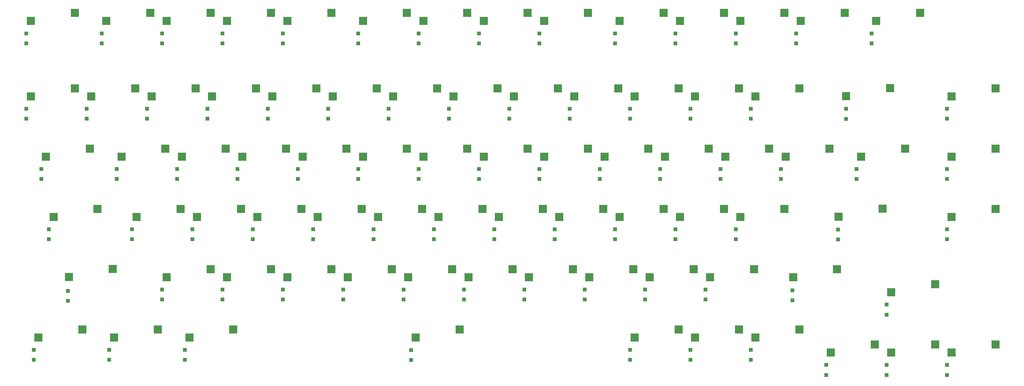
<source format=gbr>
G04 #@! TF.GenerationSoftware,KiCad,Pcbnew,7.0.1*
G04 #@! TF.CreationDate,2023-04-17T11:26:59-07:00*
G04 #@! TF.ProjectId,_autosave-keyboard,5f617574-6f73-4617-9665-2d6b6579626f,rev?*
G04 #@! TF.SameCoordinates,Original*
G04 #@! TF.FileFunction,Paste,Bot*
G04 #@! TF.FilePolarity,Positive*
%FSLAX46Y46*%
G04 Gerber Fmt 4.6, Leading zero omitted, Abs format (unit mm)*
G04 Created by KiCad (PCBNEW 7.0.1) date 2023-04-17 11:26:59*
%MOMM*%
%LPD*%
G01*
G04 APERTURE LIST*
%ADD10R,1.200000X1.200000*%
%ADD11R,2.550000X2.500000*%
G04 APERTURE END LIST*
D10*
X207490000Y-243570000D03*
D11*
X222800000Y-233950000D03*
D10*
X207490000Y-240420000D03*
D11*
X208950000Y-236490000D03*
D10*
X188440000Y-162607500D03*
D11*
X203750000Y-152987500D03*
D10*
X188440000Y-159457500D03*
D11*
X189900000Y-155527500D03*
D10*
X226540000Y-243570000D03*
D11*
X241850000Y-233950000D03*
D10*
X226540000Y-240420000D03*
D11*
X228000000Y-236490000D03*
D10*
X336077500Y-262620000D03*
D11*
X351387500Y-253000000D03*
D10*
X336077500Y-259470000D03*
D11*
X337537500Y-255540000D03*
D10*
X350365000Y-162607500D03*
D11*
X365675000Y-152987500D03*
D10*
X350365000Y-159457500D03*
D11*
X351825000Y-155527500D03*
D10*
X307502500Y-205470000D03*
D11*
X322812500Y-195850000D03*
D10*
X307502500Y-202320000D03*
D11*
X308962500Y-198390000D03*
D10*
X436090000Y-224520000D03*
D11*
X451400000Y-214900000D03*
D10*
X436090000Y-221370000D03*
D11*
X437550000Y-217440000D03*
D10*
X374177500Y-186420000D03*
D11*
X389487500Y-176800000D03*
D10*
X374177500Y-183270000D03*
D11*
X375637500Y-179340000D03*
D10*
X340840000Y-243570000D03*
D11*
X356150000Y-233950000D03*
D10*
X340840000Y-240420000D03*
D11*
X342300000Y-236490000D03*
D10*
X359890000Y-243570000D03*
D11*
X375200000Y-233950000D03*
D10*
X359890000Y-240420000D03*
D11*
X361350000Y-236490000D03*
D10*
X174152500Y-205470000D03*
D11*
X189462500Y-195850000D03*
D10*
X174152500Y-202320000D03*
D11*
X175612500Y-198390000D03*
D10*
X407515000Y-205470000D03*
D11*
X422825000Y-195850000D03*
D10*
X407515000Y-202320000D03*
D11*
X408975000Y-198390000D03*
D10*
X152721250Y-224520000D03*
D11*
X168031250Y-214900000D03*
D10*
X152721250Y-221370000D03*
D11*
X154181250Y-217440000D03*
D10*
X321790000Y-243570000D03*
D11*
X337100000Y-233950000D03*
D10*
X321790000Y-240420000D03*
D11*
X323250000Y-236490000D03*
D10*
X331315000Y-224520000D03*
D11*
X346625000Y-214900000D03*
D10*
X331315000Y-221370000D03*
D11*
X332775000Y-217440000D03*
D10*
X264640000Y-243570000D03*
D11*
X279950000Y-233950000D03*
D10*
X264640000Y-240420000D03*
D11*
X266100000Y-236490000D03*
D10*
X245590000Y-243570000D03*
D11*
X260900000Y-233950000D03*
D10*
X245590000Y-240420000D03*
D11*
X247050000Y-236490000D03*
D10*
X331315000Y-162607500D03*
D11*
X346625000Y-152987500D03*
D10*
X331315000Y-159457500D03*
D11*
X332775000Y-155527500D03*
X401400300Y-233948200D03*
X387550300Y-236488200D03*
D10*
X397990000Y-267382500D03*
D11*
X413300000Y-257762500D03*
D10*
X397990000Y-264232500D03*
D11*
X399450000Y-260302500D03*
D10*
X183677500Y-186420000D03*
D11*
X198987500Y-176800000D03*
D10*
X183677500Y-183270000D03*
D11*
X185137500Y-179340000D03*
D10*
X317027500Y-186420000D03*
D11*
X332337500Y-176800000D03*
D10*
X317027500Y-183270000D03*
D11*
X318487500Y-179340000D03*
D10*
X283690000Y-243570000D03*
D11*
X299000000Y-233950000D03*
D10*
X283690000Y-240420000D03*
D11*
X285150000Y-236490000D03*
D10*
X326552500Y-205470000D03*
D11*
X341862500Y-195850000D03*
D10*
X326552500Y-202320000D03*
D11*
X328012500Y-198390000D03*
D10*
X259877500Y-186420000D03*
D11*
X275187500Y-176800000D03*
D10*
X259877500Y-183270000D03*
D11*
X261337500Y-179340000D03*
D10*
X369415000Y-162607500D03*
D11*
X384725000Y-152987500D03*
D10*
X369415000Y-159457500D03*
D11*
X370875000Y-155527500D03*
D10*
X374177500Y-262620000D03*
D11*
X389487500Y-253000000D03*
D10*
X374177500Y-259470000D03*
D11*
X375637500Y-255540000D03*
D10*
X202727500Y-186420000D03*
D11*
X218037500Y-176800000D03*
D10*
X202727500Y-183270000D03*
D11*
X204187500Y-179340000D03*
D10*
X193202500Y-205470000D03*
D11*
X208512500Y-195850000D03*
D10*
X193202500Y-202320000D03*
D11*
X194662500Y-198390000D03*
D10*
X364652500Y-205470000D03*
D11*
X379962500Y-195850000D03*
D10*
X364652500Y-202320000D03*
D11*
X366112500Y-198390000D03*
D10*
X417040000Y-267382500D03*
D11*
X432350000Y-257762500D03*
D10*
X417040000Y-264232500D03*
D11*
X418500000Y-260302500D03*
D10*
X302740000Y-243570000D03*
D11*
X318050000Y-233950000D03*
D10*
X302740000Y-240420000D03*
D11*
X304200000Y-236490000D03*
D10*
X436090000Y-267382500D03*
D11*
X451400000Y-257762500D03*
D10*
X436090000Y-264232500D03*
D11*
X437550000Y-260302500D03*
D10*
X226540000Y-162607500D03*
D11*
X241850000Y-152987500D03*
D10*
X226540000Y-159457500D03*
D11*
X228000000Y-155527500D03*
D10*
X145577500Y-186420000D03*
D11*
X160887500Y-176800000D03*
D10*
X145577500Y-183270000D03*
D11*
X147037500Y-179340000D03*
D10*
X212252500Y-205470000D03*
D11*
X227562500Y-195850000D03*
D10*
X212252500Y-202320000D03*
D11*
X213712500Y-198390000D03*
D10*
X164627500Y-186420000D03*
D11*
X179937500Y-176800000D03*
D10*
X164627500Y-183270000D03*
D11*
X166087500Y-179340000D03*
D10*
X350365000Y-224520000D03*
D11*
X365675000Y-214900000D03*
D10*
X350365000Y-221370000D03*
D11*
X351825000Y-217440000D03*
D10*
X274165000Y-224520000D03*
D11*
X289475000Y-214900000D03*
D10*
X274165000Y-221370000D03*
D11*
X275625000Y-217440000D03*
D10*
X250352500Y-162607500D03*
D11*
X265662500Y-152987500D03*
D10*
X250352500Y-159457500D03*
D11*
X251812500Y-155527500D03*
D10*
X250352500Y-205470000D03*
D11*
X265662500Y-195850000D03*
D10*
X250352500Y-202320000D03*
D11*
X251812500Y-198390000D03*
D10*
X240827500Y-186420000D03*
D11*
X256137500Y-176800000D03*
D10*
X240827500Y-183270000D03*
D11*
X242287500Y-179340000D03*
D10*
X178915000Y-224520000D03*
D11*
X194225000Y-214900000D03*
D10*
X178915000Y-221370000D03*
D11*
X180375000Y-217440000D03*
D10*
X171771250Y-262620000D03*
D11*
X187081250Y-253000000D03*
D10*
X171771250Y-259470000D03*
D11*
X173231250Y-255540000D03*
D10*
X388465000Y-162607500D03*
D11*
X403775000Y-152987500D03*
D10*
X388465000Y-159457500D03*
D11*
X389925000Y-155527500D03*
D10*
X169390000Y-162607500D03*
D11*
X184700000Y-152987500D03*
D10*
X169390000Y-159457500D03*
D11*
X170850000Y-155527500D03*
D10*
X217015000Y-224520000D03*
D11*
X232325000Y-214900000D03*
D10*
X217015000Y-221370000D03*
D11*
X218475000Y-217440000D03*
X172853750Y-233890000D03*
X159003750Y-236430000D03*
D10*
X269402500Y-162607500D03*
D11*
X284712500Y-152987500D03*
D10*
X269402500Y-159457500D03*
D11*
X270862500Y-155527500D03*
D10*
X412277500Y-162607500D03*
D11*
X427587500Y-152987500D03*
D10*
X412277500Y-159457500D03*
D11*
X413737500Y-155527500D03*
D10*
X207490000Y-162607500D03*
D11*
X222800000Y-152987500D03*
D10*
X207490000Y-159457500D03*
D11*
X208950000Y-155527500D03*
D10*
X150340000Y-205470000D03*
D11*
X165650000Y-195850000D03*
D10*
X150340000Y-202320000D03*
D11*
X151800000Y-198390000D03*
D10*
X355127500Y-262620000D03*
D11*
X370437500Y-253000000D03*
D10*
X355127500Y-259470000D03*
D11*
X356587500Y-255540000D03*
D10*
X312265000Y-224520000D03*
D11*
X327575000Y-214900000D03*
D10*
X312265000Y-221370000D03*
D11*
X313725000Y-217440000D03*
D10*
X436090000Y-205470000D03*
D11*
X451400000Y-195850000D03*
D10*
X436090000Y-202320000D03*
D11*
X437550000Y-198390000D03*
D10*
X345602500Y-205470000D03*
D11*
X360912500Y-195850000D03*
D10*
X345602500Y-202320000D03*
D11*
X347062500Y-198390000D03*
D10*
X278927500Y-186420000D03*
D11*
X294237500Y-176800000D03*
D10*
X278927500Y-183270000D03*
D11*
X280387500Y-179340000D03*
D10*
X266990000Y-262660000D03*
D11*
X282300000Y-253040000D03*
D10*
X266990000Y-259510000D03*
D11*
X268450000Y-255580000D03*
X418122500Y-176740000D03*
X404272500Y-179280000D03*
D10*
X293215000Y-224520000D03*
D11*
X308525000Y-214900000D03*
D10*
X293215000Y-221370000D03*
D11*
X294675000Y-217440000D03*
D10*
X336077500Y-186420000D03*
D11*
X351387500Y-176800000D03*
D10*
X336077500Y-183270000D03*
D11*
X337537500Y-179340000D03*
D10*
X369415000Y-224520000D03*
D11*
X384725000Y-214900000D03*
D10*
X369415000Y-221370000D03*
D11*
X370875000Y-217440000D03*
D10*
X355127500Y-186420000D03*
D11*
X370437500Y-176800000D03*
D10*
X355127500Y-183270000D03*
D11*
X356587500Y-179340000D03*
D10*
X288452500Y-205470000D03*
D11*
X303762500Y-195850000D03*
D10*
X288452500Y-202320000D03*
D11*
X289912500Y-198390000D03*
D10*
X147958750Y-262620000D03*
D11*
X163268750Y-253000000D03*
D10*
X147958750Y-259470000D03*
D11*
X149418750Y-255540000D03*
D10*
X417040000Y-248332500D03*
D11*
X432350000Y-238712500D03*
D10*
X417040000Y-245182500D03*
D11*
X418500000Y-241252500D03*
D10*
X195583750Y-262620000D03*
D11*
X210893750Y-253000000D03*
D10*
X195583750Y-259470000D03*
D11*
X197043750Y-255540000D03*
D10*
X255115000Y-224520000D03*
D11*
X270425000Y-214900000D03*
D10*
X255115000Y-221370000D03*
D11*
X256575000Y-217440000D03*
D10*
X297977500Y-186420000D03*
D11*
X313287500Y-176800000D03*
D10*
X297977500Y-183270000D03*
D11*
X299437500Y-179340000D03*
D10*
X269402500Y-205470000D03*
D11*
X284712500Y-195850000D03*
D10*
X269402500Y-202320000D03*
D11*
X270862500Y-198390000D03*
D10*
X145577500Y-162607500D03*
D11*
X160887500Y-152987500D03*
D10*
X145577500Y-159457500D03*
D11*
X147037500Y-155527500D03*
D10*
X436090000Y-186420000D03*
D11*
X451400000Y-176800000D03*
D10*
X436090000Y-183270000D03*
D11*
X437550000Y-179340000D03*
D10*
X188440000Y-243570000D03*
D11*
X203750000Y-233950000D03*
D10*
X188440000Y-240420000D03*
D11*
X189900000Y-236490000D03*
D10*
X231302500Y-205470000D03*
D11*
X246612500Y-195850000D03*
D10*
X231302500Y-202320000D03*
D11*
X232762500Y-198390000D03*
D10*
X221777500Y-186420000D03*
D11*
X237087500Y-176800000D03*
D10*
X221777500Y-183270000D03*
D11*
X223237500Y-179340000D03*
D10*
X288452500Y-162607500D03*
D11*
X303762500Y-152987500D03*
D10*
X288452500Y-159457500D03*
D11*
X289912500Y-155527500D03*
D10*
X307502500Y-162607500D03*
D11*
X322812500Y-152987500D03*
D10*
X307502500Y-159457500D03*
D11*
X308962500Y-155527500D03*
X415741250Y-214840000D03*
X401891250Y-217380000D03*
D10*
X197965000Y-224520000D03*
D11*
X213275000Y-214900000D03*
D10*
X197965000Y-221370000D03*
D11*
X199425000Y-217440000D03*
D10*
X236065000Y-224520000D03*
D11*
X251375000Y-214900000D03*
D10*
X236065000Y-221370000D03*
D11*
X237525000Y-217440000D03*
D10*
X383702500Y-205470000D03*
D11*
X399012500Y-195850000D03*
D10*
X383702500Y-202320000D03*
D11*
X385162500Y-198390000D03*
D10*
X387290000Y-243835000D03*
X387290000Y-240685000D03*
X404200000Y-186445000D03*
X404200000Y-183295000D03*
X158710000Y-243995000D03*
X158710000Y-240845000D03*
X401740000Y-224605000D03*
X401740000Y-221455000D03*
M02*

</source>
